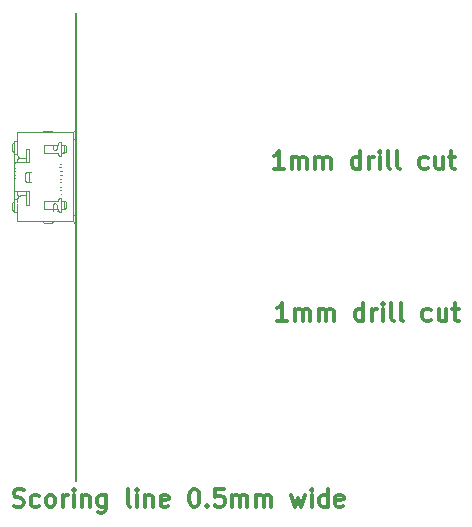
<source format=gbr>
G04 #@! TF.FileFunction,Drawing*
%FSLAX46Y46*%
G04 Gerber Fmt 4.6, Leading zero omitted, Abs format (unit mm)*
G04 Created by KiCad (PCBNEW 4.0.6) date 08/24/17 17:14:55*
%MOMM*%
%LPD*%
G01*
G04 APERTURE LIST*
%ADD10C,0.100000*%
%ADD11C,0.300000*%
%ADD12C,0.200000*%
G04 APERTURE END LIST*
D10*
X166247865Y-110400357D02*
X166271126Y-110412349D01*
X166225849Y-110386208D02*
X166247865Y-110400357D01*
X166205278Y-110370031D02*
X166225849Y-110386208D01*
X166186338Y-110351972D02*
X166205278Y-110370031D01*
X166169201Y-110332194D02*
X166186338Y-110351972D01*
X166154020Y-110310876D02*
X166169201Y-110332194D01*
X166140935Y-110288212D02*
X166154020Y-110310876D01*
X166130064Y-110264407D02*
X166140935Y-110288212D01*
X166121505Y-110239676D02*
X166130064Y-110264407D01*
X166115335Y-110214244D02*
X166121505Y-110239676D01*
X166111610Y-110188340D02*
X166115335Y-110214244D01*
X166110365Y-110162200D02*
X166111610Y-110188340D01*
X166111610Y-109836060D02*
X166110365Y-109862200D01*
X166115335Y-109810156D02*
X166111610Y-109836060D01*
X166121505Y-109784724D02*
X166115335Y-109810156D01*
X166130064Y-109759993D02*
X166121505Y-109784724D01*
X166140935Y-109736188D02*
X166130064Y-109759993D01*
X166154020Y-109713524D02*
X166140935Y-109736188D01*
X166169201Y-109692206D02*
X166154020Y-109713524D01*
X166186338Y-109672428D02*
X166169201Y-109692206D01*
X166205278Y-109654369D02*
X166186338Y-109672428D01*
X166225849Y-109638192D02*
X166205278Y-109654369D01*
X166247865Y-109624043D02*
X166225849Y-109638192D01*
X166271126Y-109612051D02*
X166247865Y-109624043D01*
X166110365Y-110162200D02*
X166110365Y-109862200D01*
X166247865Y-115400357D02*
X166271126Y-115412349D01*
X166225849Y-115386208D02*
X166247865Y-115400357D01*
X166205278Y-115370031D02*
X166225849Y-115386208D01*
X166186338Y-115351972D02*
X166205278Y-115370031D01*
X166169201Y-115332194D02*
X166186338Y-115351972D01*
X166154020Y-115310876D02*
X166169201Y-115332194D01*
X166140935Y-115288212D02*
X166154020Y-115310876D01*
X166130064Y-115264407D02*
X166140935Y-115288212D01*
X166121505Y-115239676D02*
X166130064Y-115264407D01*
X166115335Y-115214244D02*
X166121505Y-115239676D01*
X166111610Y-115188340D02*
X166115335Y-115214244D01*
X166110365Y-115162200D02*
X166111610Y-115188340D01*
X166111610Y-114836060D02*
X166110365Y-114862200D01*
X166115335Y-114810156D02*
X166111610Y-114836060D01*
X166121505Y-114784724D02*
X166115335Y-114810156D01*
X166130064Y-114759993D02*
X166121505Y-114784724D01*
X166140935Y-114736188D02*
X166130064Y-114759993D01*
X166154020Y-114713524D02*
X166140935Y-114736188D01*
X166169201Y-114692206D02*
X166154020Y-114713524D01*
X166186338Y-114672428D02*
X166169201Y-114692206D01*
X166205278Y-114654369D02*
X166186338Y-114672428D01*
X166225849Y-114638192D02*
X166205278Y-114654369D01*
X166247865Y-114624043D02*
X166225849Y-114638192D01*
X166271126Y-114612051D02*
X166247865Y-114624043D01*
X166110365Y-115162200D02*
X166110365Y-114862200D01*
X167740007Y-112110576D02*
X167539478Y-112110576D01*
X171299387Y-115730115D02*
X171386911Y-115730115D01*
X166586968Y-116240490D02*
X166586968Y-115529587D01*
X171299387Y-109098681D02*
X171299387Y-108834128D01*
X170214977Y-112055431D02*
X170318445Y-112055431D01*
X166586968Y-109513733D02*
X166586968Y-108802829D01*
X166586968Y-114784563D02*
X166586968Y-115529587D01*
X166586968Y-109513733D02*
X166586968Y-110613812D01*
X170217347Y-112336171D02*
X170322339Y-112336171D01*
X170209475Y-111403714D02*
X170309403Y-111403714D01*
X166286175Y-110591573D02*
X166286175Y-111343555D01*
X166286175Y-113734857D02*
X166286175Y-112646990D01*
X166286175Y-114429508D02*
X166286175Y-113734857D01*
X166586968Y-108761751D02*
X168604640Y-108761751D01*
X169682772Y-108761751D02*
X171299387Y-108761751D01*
X167288818Y-110145398D02*
X167288818Y-110869896D01*
X171299387Y-108761751D02*
X171481875Y-108541793D01*
X170296745Y-110491309D02*
X170393603Y-110491309D01*
X169905714Y-110115318D02*
X169905714Y-109882286D01*
X166349185Y-111308463D02*
X166586968Y-111308463D01*
X170296745Y-109789460D02*
X170393603Y-109789460D01*
X166286175Y-109587614D02*
X166286175Y-110591573D01*
X171299387Y-116281568D02*
X169587533Y-116281568D01*
X168699879Y-116281568D02*
X166586968Y-116281568D01*
X169905714Y-115232550D02*
X169905714Y-115161034D01*
X171299387Y-115730115D02*
X171299387Y-115944638D01*
X170296745Y-114552010D02*
X170393603Y-114552010D01*
X170306771Y-115253860D02*
X170393603Y-115253860D01*
X171299387Y-116281568D02*
X171481875Y-116501526D01*
X166586968Y-115529587D02*
X166286175Y-115529587D01*
X171299387Y-109313204D02*
X171414846Y-109313204D01*
X166286175Y-113734857D02*
X166586968Y-113734857D01*
X166286175Y-115487610D02*
X166286175Y-114429508D01*
X166586968Y-114429508D02*
X166586968Y-114695872D01*
X167288818Y-114897922D02*
X167288818Y-114173424D01*
X167539478Y-112932743D02*
X167740007Y-112932743D01*
X171299387Y-116240490D02*
X171299387Y-115944638D01*
X166286175Y-109513733D02*
X166286175Y-109587614D01*
X166650747Y-114194159D02*
X166586968Y-113865104D01*
X166650747Y-110849160D02*
X166586968Y-111178216D01*
X166286175Y-112396330D02*
X166286175Y-111995273D01*
X167308870Y-113734857D02*
X167288818Y-114173424D01*
X167288818Y-110869896D02*
X167308870Y-111308463D01*
X166591131Y-110736433D02*
X166612683Y-110795726D01*
X171299387Y-109205113D02*
X171299387Y-109143251D01*
X166286175Y-111744612D02*
X166286175Y-111343555D01*
X171299387Y-108834128D02*
X171299387Y-108761751D01*
X166586968Y-114337687D02*
X166599744Y-114276712D01*
X171299387Y-115980776D02*
X171299387Y-115944638D01*
X169905714Y-115232550D02*
X169594895Y-115253860D01*
X170046084Y-115253860D02*
X169905714Y-115232550D01*
X169587533Y-116281568D02*
X168699879Y-116281568D01*
X170283341Y-111684453D02*
X170313646Y-111709520D01*
X167539478Y-112110576D02*
X167439214Y-112110576D01*
X166586968Y-111178216D02*
X166586968Y-111308463D01*
X170468856Y-109789460D02*
X170438550Y-109796292D01*
X170171414Y-111709520D02*
X170211845Y-111684453D01*
X169594895Y-109789460D02*
X168822860Y-109789460D01*
X170046084Y-109789460D02*
X169594895Y-109789460D01*
X170468856Y-114552010D02*
X170438550Y-114558843D01*
X166586968Y-110613812D02*
X166586968Y-110705633D01*
X167308870Y-111308463D02*
X166586968Y-111308463D01*
X167589610Y-111308463D02*
X167308870Y-111308463D01*
X166586968Y-114337687D02*
X166586968Y-114429508D01*
X169594895Y-115253860D02*
X168822860Y-115253860D01*
X167589610Y-113734857D02*
X167308870Y-113734857D01*
X170225981Y-113358866D02*
X170288984Y-113358866D01*
X170220479Y-112707149D02*
X170286788Y-112707149D01*
X170211845Y-111684453D02*
X170283341Y-111684453D01*
X167316479Y-112110576D02*
X167343290Y-112129657D01*
X167316479Y-112932743D02*
X167343290Y-112913663D01*
X170231483Y-114010584D02*
X170291181Y-114010584D01*
X170222849Y-112987888D02*
X170287734Y-112987888D01*
X170228351Y-113639606D02*
X170289931Y-113639606D01*
X166586968Y-113734857D02*
X167308870Y-113734857D01*
X166349185Y-111343555D02*
X166286175Y-111343555D01*
X166286175Y-112396330D02*
X166286175Y-112646990D01*
X166349185Y-112646990D02*
X166286175Y-112646990D01*
X166349185Y-112396330D02*
X166286175Y-112396330D01*
X166286175Y-111744612D02*
X166286175Y-111995273D01*
X166349185Y-111995273D02*
X166286175Y-111995273D01*
X166349185Y-111744612D02*
X166286175Y-111744612D01*
X170700407Y-110290781D02*
X170700407Y-109989988D01*
X169588062Y-108763029D02*
X169682772Y-108761751D01*
X167343290Y-112129657D02*
X167374338Y-112119118D01*
X170296745Y-109664129D02*
X170292474Y-109631691D01*
X170292474Y-109631691D02*
X170279953Y-109601464D01*
X170260036Y-109575507D02*
X170234079Y-109555590D01*
X170108749Y-109555590D02*
X170082792Y-109575507D01*
X171299387Y-109313204D02*
X171299387Y-115730115D01*
X166766951Y-110926822D02*
X166733848Y-110911824D01*
X166675329Y-110872714D02*
X166650747Y-110849160D01*
X166650747Y-110849160D02*
X166629765Y-110823375D01*
X170279953Y-109601464D02*
X170260036Y-109575507D01*
X167374338Y-112119118D02*
X167406496Y-112112721D01*
X167188553Y-112361237D02*
X167190698Y-112328519D01*
X167197094Y-112296361D02*
X167207634Y-112265313D01*
X166703161Y-110893702D02*
X166675329Y-110872714D01*
X166599744Y-110766607D02*
X166591131Y-110736433D01*
X166887761Y-110952028D02*
X166838495Y-110946641D01*
X167188553Y-112361237D02*
X167188553Y-112682083D01*
X166802000Y-110938483D02*
X166766951Y-110926822D01*
X166612683Y-110795726D02*
X166599744Y-110766607D01*
X166838495Y-110946641D02*
X166802000Y-110938483D01*
X167286621Y-112162375D02*
X167313884Y-112144159D01*
X170669385Y-109889724D02*
X170632587Y-109848193D01*
X166591131Y-110736433D02*
X166586968Y-110705633D01*
X167261970Y-112183993D02*
X167286621Y-112162375D01*
X170468856Y-109789460D02*
X170528786Y-109796292D01*
X166703161Y-110893702D02*
X166733848Y-110911824D01*
X170138976Y-109543069D02*
X170108749Y-109555590D01*
X170279953Y-110679305D02*
X170260036Y-110705261D01*
X170260036Y-110705261D02*
X170234079Y-110725179D01*
X170234079Y-110725179D02*
X170203852Y-110737699D01*
X167288818Y-110145398D02*
X167589610Y-110145398D01*
X167589610Y-110145398D02*
X167589610Y-111308463D01*
X170692517Y-109938087D02*
X170700407Y-109989988D01*
X170692517Y-110342681D02*
X170669385Y-110391045D01*
X170700407Y-110290781D02*
X170692517Y-110342681D01*
X170296745Y-110616639D02*
X170292474Y-110649077D01*
X170296745Y-109789460D02*
X170296745Y-109664129D01*
X166286175Y-110591573D02*
X166586968Y-110613812D01*
X167539478Y-112932743D02*
X167539478Y-112110576D01*
X170046084Y-110491309D02*
X168822860Y-110491309D01*
X170292474Y-110649077D02*
X170279953Y-110679305D01*
X167222136Y-112235907D02*
X167207634Y-112265313D01*
X167240352Y-112208645D02*
X167222136Y-112235907D01*
X167261970Y-112183993D02*
X167240352Y-112208645D01*
X167406496Y-112112721D02*
X167439214Y-112110576D01*
X171299387Y-109313204D02*
X171299387Y-109239840D01*
X171299387Y-109239840D02*
X171299387Y-109172687D01*
X171299387Y-109172687D02*
X171299387Y-109098681D01*
X171299387Y-108834128D02*
X171299387Y-108802829D01*
X168604640Y-108761751D02*
X168699350Y-108763029D01*
X169588062Y-108763029D02*
X168699350Y-108763029D01*
X170393603Y-109789460D02*
X170468856Y-109789460D01*
X170584632Y-110464443D02*
X170528786Y-110484476D01*
X170528786Y-110484476D02*
X170468856Y-110491309D01*
X170393603Y-110491309D02*
X170468856Y-110491309D01*
X170692517Y-109938087D02*
X170669385Y-109889724D01*
X170203852Y-110737699D02*
X170171414Y-110741970D01*
X170171414Y-110741970D02*
X170138976Y-110737699D01*
X170138976Y-110737699D02*
X170108749Y-110725179D01*
X170480434Y-109816325D02*
X170438550Y-109796292D01*
X170543999Y-109889724D02*
X170516401Y-109848193D01*
X170561348Y-109938087D02*
X170543999Y-109889724D01*
X170567265Y-109989988D02*
X170561348Y-109938087D01*
X170567265Y-110290781D02*
X170567265Y-109989988D01*
X170561348Y-110342681D02*
X170567265Y-110290781D01*
X170543999Y-110391045D02*
X170561348Y-110342681D01*
X170516401Y-110432576D02*
X170543999Y-110391045D01*
X170480434Y-110464443D02*
X170516401Y-110432576D01*
X170438550Y-110484476D02*
X170480434Y-110464443D01*
X170393603Y-110491309D02*
X170438550Y-110484476D01*
X170296745Y-110491309D02*
X170296745Y-109789460D01*
X171299387Y-109143251D02*
X171299387Y-109098681D01*
X171299387Y-109172687D02*
X171299387Y-109143251D01*
X171299387Y-109205113D02*
X171299387Y-109172687D01*
X171299387Y-109239840D02*
X171299387Y-109205113D01*
X169600190Y-114887778D02*
X169594895Y-114928001D01*
X168841145Y-108621234D02*
X168792781Y-108641267D01*
X168893045Y-108614401D02*
X168841145Y-108621234D01*
X169394366Y-108614401D02*
X168893045Y-108614401D01*
X169446267Y-108621234D02*
X169394366Y-108614401D01*
X169594895Y-110115318D02*
X169594895Y-109789460D01*
X169600190Y-110155541D02*
X169594895Y-110115318D01*
X169615716Y-110193023D02*
X169600190Y-110155541D01*
X169640413Y-110225209D02*
X169615716Y-110193023D01*
X169672600Y-110249907D02*
X169640413Y-110225209D01*
X169710082Y-110265432D02*
X169672600Y-110249907D01*
X169750304Y-110270728D02*
X169710082Y-110265432D01*
X169790527Y-110265432D02*
X169750304Y-110270728D01*
X169828009Y-110249907D02*
X169790527Y-110265432D01*
X169860196Y-110225209D02*
X169828009Y-110249907D01*
X169884893Y-110193023D02*
X169860196Y-110225209D01*
X169900419Y-110155541D02*
X169884893Y-110193023D01*
X169905714Y-110115318D02*
X169900419Y-110155541D01*
X170117229Y-111729572D02*
X170062875Y-111729572D01*
X169588062Y-108763029D02*
X169568029Y-108714665D01*
X169568029Y-108714665D02*
X169536162Y-108673134D01*
X169536162Y-108673134D02*
X169494631Y-108641267D01*
X169494631Y-108641267D02*
X169446267Y-108621234D01*
X166286175Y-109513733D02*
X166586968Y-109513733D01*
X170171414Y-109538799D02*
X170138976Y-109543069D01*
X170108749Y-110725179D02*
X170082792Y-110705261D01*
X170082792Y-110705261D02*
X170062875Y-110679305D01*
X170062875Y-110679305D02*
X170050354Y-110649077D01*
X170050354Y-110649077D02*
X170046084Y-110616639D01*
X166887761Y-110952028D02*
X167188553Y-110952028D01*
X170438550Y-109796292D02*
X170393603Y-109789460D01*
X168792781Y-108641267D02*
X168751250Y-108673134D01*
X168751250Y-108673134D02*
X168719383Y-108714665D01*
X168719383Y-108714665D02*
X168699350Y-108763029D01*
X170234079Y-109555590D02*
X170203852Y-109543069D01*
X166286175Y-109587614D02*
X166286175Y-109555710D01*
X169828009Y-114793413D02*
X169790527Y-114777887D01*
X169790527Y-114777887D02*
X169750304Y-114772592D01*
X169750304Y-114772592D02*
X169710082Y-114777887D01*
X169710082Y-114777887D02*
X169672600Y-114793413D01*
X169672600Y-114793413D02*
X169640413Y-114818110D01*
X169640413Y-114818110D02*
X169615716Y-114850297D01*
X169615716Y-114850297D02*
X169600190Y-114887778D01*
X170528786Y-115247027D02*
X170584632Y-115226994D01*
X170296745Y-114552010D02*
X170306771Y-115253860D01*
X170393603Y-114552010D02*
X170438550Y-114558843D01*
X170438550Y-114558843D02*
X170480434Y-114578876D01*
X170480434Y-114578876D02*
X170516401Y-114610744D01*
X170516401Y-114610744D02*
X170543999Y-114652275D01*
X170543999Y-114652275D02*
X170561348Y-114700638D01*
X170561348Y-114700638D02*
X170567265Y-114752539D01*
X170561348Y-115105232D02*
X170543999Y-115153596D01*
X169905714Y-115393038D02*
X169905714Y-115456581D01*
X170480434Y-115226994D02*
X170438550Y-115247027D01*
X170516401Y-115195127D02*
X170480434Y-115226994D01*
X168699879Y-116281568D02*
X168719383Y-116328655D01*
X168719383Y-116328655D02*
X168751250Y-116370185D01*
X168751250Y-116370185D02*
X168792781Y-116402053D01*
X168792781Y-116402053D02*
X168841145Y-116422086D01*
X168841145Y-116422086D02*
X168893045Y-116428919D01*
X169568029Y-116328655D02*
X169587533Y-116281568D01*
X169536162Y-116370185D02*
X169568029Y-116328655D01*
X169494631Y-116402053D02*
X169536162Y-116370185D01*
X169446267Y-116422086D02*
X169494631Y-116402053D01*
X169394366Y-116428919D02*
X169446267Y-116422086D01*
X169594895Y-115332962D02*
X169594895Y-115429258D01*
X169594895Y-114928001D02*
X169594895Y-115253860D01*
X169394366Y-116428919D02*
X168893045Y-116428919D01*
X170393603Y-114552010D02*
X170468856Y-114552010D01*
X170567265Y-114752539D02*
X170567265Y-115053332D01*
X169905714Y-114928001D02*
X169900419Y-114887778D01*
X169900419Y-114887778D02*
X169884893Y-114850297D01*
X169884893Y-114850297D02*
X169860196Y-114818110D01*
X169860196Y-114818110D02*
X169828009Y-114793413D01*
X170296745Y-114426680D02*
X170292474Y-114394242D01*
X170234079Y-114318141D02*
X170203852Y-114305620D01*
X170203852Y-114305620D02*
X170171414Y-114301350D01*
X170171414Y-114301350D02*
X170138976Y-114305620D01*
X170138976Y-114305620D02*
X170108749Y-114318141D01*
X170108749Y-114318141D02*
X170082792Y-114338058D01*
X170082792Y-114338058D02*
X170062875Y-114364015D01*
X170062875Y-114364015D02*
X170050354Y-114394242D01*
X170050354Y-114394242D02*
X170046084Y-114426680D01*
X167288818Y-114897922D02*
X167589610Y-114897922D01*
X167589610Y-114897922D02*
X167589610Y-113734857D01*
X169905714Y-114928001D02*
X169905714Y-115124967D01*
X170543999Y-115153596D02*
X170516401Y-115195127D01*
X170567265Y-115053332D02*
X170561348Y-115105232D01*
X167313884Y-112144159D02*
X167343290Y-112129657D01*
X166286175Y-114429508D02*
X166586968Y-114429508D01*
X166586968Y-113865104D02*
X166586968Y-113734857D01*
X170292474Y-114394242D02*
X170279953Y-114364015D01*
X170279953Y-114364015D02*
X170260036Y-114338058D01*
X170260036Y-114338058D02*
X170234079Y-114318141D01*
X166703161Y-114149618D02*
X166675329Y-114170605D01*
X166733848Y-114131496D02*
X166703161Y-114149618D01*
X166766951Y-114116498D02*
X166733848Y-114131496D01*
X166802000Y-114104836D02*
X166766951Y-114116498D01*
X166838495Y-114096679D02*
X166802000Y-114104836D01*
X166887761Y-114091291D02*
X166838495Y-114096679D01*
X166591131Y-114306887D02*
X166586968Y-114337687D01*
X166599744Y-114276712D02*
X166591131Y-114306887D01*
X166612683Y-114247593D02*
X166599744Y-114276712D01*
X166629765Y-114219944D02*
X166612683Y-114247593D01*
X166650747Y-114194159D02*
X166629765Y-114219944D01*
X166675329Y-114170605D02*
X166650747Y-114194159D01*
X170438550Y-115247027D02*
X170393603Y-115253860D01*
X170468856Y-115253860D02*
X170528786Y-115247027D01*
X170393603Y-115253860D02*
X170468856Y-115253860D01*
X166887761Y-114091291D02*
X167188553Y-114091291D01*
X167539478Y-112932743D02*
X167439214Y-112932743D01*
X167406496Y-112930599D02*
X167439214Y-112932743D01*
X167374338Y-112924202D02*
X167406496Y-112930599D01*
X167343290Y-112913663D02*
X167374338Y-112924202D01*
X167313884Y-112899161D02*
X167343290Y-112913663D01*
X167286621Y-112880945D02*
X167313884Y-112899161D01*
X167261970Y-112859326D02*
X167286621Y-112880945D01*
X167240352Y-112834675D02*
X167261970Y-112859326D01*
X167222136Y-112807413D02*
X167240352Y-112834675D01*
X167207634Y-112778006D02*
X167222136Y-112807413D01*
X167197094Y-112746958D02*
X167207634Y-112778006D01*
X167190698Y-112714800D02*
X167197094Y-112746958D01*
X167188553Y-112682083D02*
X167190698Y-112714800D01*
X170296745Y-114552010D02*
X170296745Y-114426680D01*
X170046084Y-114552010D02*
X168822860Y-114552010D01*
X170046084Y-114426680D02*
X170046084Y-114552010D01*
X170046084Y-115379190D02*
X170046084Y-115253860D01*
X170082792Y-115467812D02*
X170062875Y-115441856D01*
X170050354Y-115411628D02*
X170046084Y-115379190D01*
X168822860Y-115253860D02*
X168822860Y-114552010D01*
X170062875Y-115441856D02*
X170050354Y-115411628D01*
X170108749Y-115487730D02*
X170082792Y-115467812D01*
X170138976Y-115500250D02*
X170108749Y-115487730D01*
X170171414Y-115504521D02*
X170138976Y-115500250D01*
X170203852Y-115500250D02*
X170171414Y-115504521D01*
X170234079Y-115487730D02*
X170203852Y-115500250D01*
X170260036Y-115467812D02*
X170234079Y-115487730D01*
X170279953Y-115441856D02*
X170260036Y-115467812D01*
X170292474Y-115411628D02*
X170279953Y-115441856D01*
X170296745Y-115379190D02*
X170292474Y-115411628D01*
X170306771Y-115253860D02*
X170296745Y-115379190D01*
X166629765Y-110823375D02*
X166612683Y-110795726D01*
X167190698Y-112328519D02*
X167197094Y-112296361D01*
X170046084Y-109664129D02*
X170046084Y-109789460D01*
X168822860Y-109789460D02*
X168822860Y-110491309D01*
X170062875Y-109601464D02*
X170050354Y-109631691D01*
X170046084Y-110616639D02*
X170046084Y-110491309D01*
X170050354Y-109631691D02*
X170046084Y-109664129D01*
X170296745Y-110491309D02*
X170296745Y-110616639D01*
X170203852Y-109543069D02*
X170171414Y-109538799D01*
X170082792Y-109575507D02*
X170062875Y-109601464D01*
X170516401Y-109848193D02*
X170480434Y-109816325D01*
X170528786Y-109796292D02*
X170584632Y-109816325D01*
X170584632Y-110464443D02*
X170632587Y-110432576D01*
X170632587Y-110432576D02*
X170669385Y-110391045D01*
X170584632Y-109816325D02*
X170632587Y-109848193D01*
X170632587Y-115195127D02*
X170669385Y-115153596D01*
X170692517Y-115105232D02*
X170700407Y-115053332D01*
X170468856Y-114552010D02*
X170528786Y-114558843D01*
X170669385Y-115153596D02*
X170692517Y-115105232D01*
X170584632Y-115226994D02*
X170632587Y-115195127D01*
X170692517Y-114700638D02*
X170669385Y-114652275D01*
X170700407Y-114752539D02*
X170692517Y-114700638D01*
X170584632Y-114578876D02*
X170632587Y-114610744D01*
X170700407Y-115053332D02*
X170700407Y-114752539D01*
X170669385Y-114652275D02*
X170632587Y-114610744D01*
X170528786Y-114558843D02*
X170584632Y-114578876D01*
D11*
X189170001Y-111828571D02*
X188312858Y-111828571D01*
X188741430Y-111828571D02*
X188741430Y-110328571D01*
X188598573Y-110542857D01*
X188455715Y-110685714D01*
X188312858Y-110757143D01*
X189812858Y-111828571D02*
X189812858Y-110828571D01*
X189812858Y-110971429D02*
X189884286Y-110900000D01*
X190027144Y-110828571D01*
X190241429Y-110828571D01*
X190384286Y-110900000D01*
X190455715Y-111042857D01*
X190455715Y-111828571D01*
X190455715Y-111042857D02*
X190527144Y-110900000D01*
X190670001Y-110828571D01*
X190884286Y-110828571D01*
X191027144Y-110900000D01*
X191098572Y-111042857D01*
X191098572Y-111828571D01*
X191812858Y-111828571D02*
X191812858Y-110828571D01*
X191812858Y-110971429D02*
X191884286Y-110900000D01*
X192027144Y-110828571D01*
X192241429Y-110828571D01*
X192384286Y-110900000D01*
X192455715Y-111042857D01*
X192455715Y-111828571D01*
X192455715Y-111042857D02*
X192527144Y-110900000D01*
X192670001Y-110828571D01*
X192884286Y-110828571D01*
X193027144Y-110900000D01*
X193098572Y-111042857D01*
X193098572Y-111828571D01*
X195598572Y-111828571D02*
X195598572Y-110328571D01*
X195598572Y-111757143D02*
X195455715Y-111828571D01*
X195170001Y-111828571D01*
X195027143Y-111757143D01*
X194955715Y-111685714D01*
X194884286Y-111542857D01*
X194884286Y-111114286D01*
X194955715Y-110971429D01*
X195027143Y-110900000D01*
X195170001Y-110828571D01*
X195455715Y-110828571D01*
X195598572Y-110900000D01*
X196312858Y-111828571D02*
X196312858Y-110828571D01*
X196312858Y-111114286D02*
X196384286Y-110971429D01*
X196455715Y-110900000D01*
X196598572Y-110828571D01*
X196741429Y-110828571D01*
X197241429Y-111828571D02*
X197241429Y-110828571D01*
X197241429Y-110328571D02*
X197170000Y-110400000D01*
X197241429Y-110471429D01*
X197312857Y-110400000D01*
X197241429Y-110328571D01*
X197241429Y-110471429D01*
X198170001Y-111828571D02*
X198027143Y-111757143D01*
X197955715Y-111614286D01*
X197955715Y-110328571D01*
X198955715Y-111828571D02*
X198812857Y-111757143D01*
X198741429Y-111614286D01*
X198741429Y-110328571D01*
X201312857Y-111757143D02*
X201170000Y-111828571D01*
X200884286Y-111828571D01*
X200741428Y-111757143D01*
X200670000Y-111685714D01*
X200598571Y-111542857D01*
X200598571Y-111114286D01*
X200670000Y-110971429D01*
X200741428Y-110900000D01*
X200884286Y-110828571D01*
X201170000Y-110828571D01*
X201312857Y-110900000D01*
X202598571Y-110828571D02*
X202598571Y-111828571D01*
X201955714Y-110828571D02*
X201955714Y-111614286D01*
X202027142Y-111757143D01*
X202170000Y-111828571D01*
X202384285Y-111828571D01*
X202527142Y-111757143D01*
X202598571Y-111685714D01*
X203098571Y-110828571D02*
X203670000Y-110828571D01*
X203312857Y-110328571D02*
X203312857Y-111614286D01*
X203384285Y-111757143D01*
X203527143Y-111828571D01*
X203670000Y-111828571D01*
X189450001Y-124698571D02*
X188592858Y-124698571D01*
X189021430Y-124698571D02*
X189021430Y-123198571D01*
X188878573Y-123412857D01*
X188735715Y-123555714D01*
X188592858Y-123627143D01*
X190092858Y-124698571D02*
X190092858Y-123698571D01*
X190092858Y-123841429D02*
X190164286Y-123770000D01*
X190307144Y-123698571D01*
X190521429Y-123698571D01*
X190664286Y-123770000D01*
X190735715Y-123912857D01*
X190735715Y-124698571D01*
X190735715Y-123912857D02*
X190807144Y-123770000D01*
X190950001Y-123698571D01*
X191164286Y-123698571D01*
X191307144Y-123770000D01*
X191378572Y-123912857D01*
X191378572Y-124698571D01*
X192092858Y-124698571D02*
X192092858Y-123698571D01*
X192092858Y-123841429D02*
X192164286Y-123770000D01*
X192307144Y-123698571D01*
X192521429Y-123698571D01*
X192664286Y-123770000D01*
X192735715Y-123912857D01*
X192735715Y-124698571D01*
X192735715Y-123912857D02*
X192807144Y-123770000D01*
X192950001Y-123698571D01*
X193164286Y-123698571D01*
X193307144Y-123770000D01*
X193378572Y-123912857D01*
X193378572Y-124698571D01*
X195878572Y-124698571D02*
X195878572Y-123198571D01*
X195878572Y-124627143D02*
X195735715Y-124698571D01*
X195450001Y-124698571D01*
X195307143Y-124627143D01*
X195235715Y-124555714D01*
X195164286Y-124412857D01*
X195164286Y-123984286D01*
X195235715Y-123841429D01*
X195307143Y-123770000D01*
X195450001Y-123698571D01*
X195735715Y-123698571D01*
X195878572Y-123770000D01*
X196592858Y-124698571D02*
X196592858Y-123698571D01*
X196592858Y-123984286D02*
X196664286Y-123841429D01*
X196735715Y-123770000D01*
X196878572Y-123698571D01*
X197021429Y-123698571D01*
X197521429Y-124698571D02*
X197521429Y-123698571D01*
X197521429Y-123198571D02*
X197450000Y-123270000D01*
X197521429Y-123341429D01*
X197592857Y-123270000D01*
X197521429Y-123198571D01*
X197521429Y-123341429D01*
X198450001Y-124698571D02*
X198307143Y-124627143D01*
X198235715Y-124484286D01*
X198235715Y-123198571D01*
X199235715Y-124698571D02*
X199092857Y-124627143D01*
X199021429Y-124484286D01*
X199021429Y-123198571D01*
X201592857Y-124627143D02*
X201450000Y-124698571D01*
X201164286Y-124698571D01*
X201021428Y-124627143D01*
X200950000Y-124555714D01*
X200878571Y-124412857D01*
X200878571Y-123984286D01*
X200950000Y-123841429D01*
X201021428Y-123770000D01*
X201164286Y-123698571D01*
X201450000Y-123698571D01*
X201592857Y-123770000D01*
X202878571Y-123698571D02*
X202878571Y-124698571D01*
X202235714Y-123698571D02*
X202235714Y-124484286D01*
X202307142Y-124627143D01*
X202450000Y-124698571D01*
X202664285Y-124698571D01*
X202807142Y-124627143D01*
X202878571Y-124555714D01*
X203378571Y-123698571D02*
X203950000Y-123698571D01*
X203592857Y-123198571D02*
X203592857Y-124484286D01*
X203664285Y-124627143D01*
X203807143Y-124698571D01*
X203950000Y-124698571D01*
X166275715Y-140387143D02*
X166490001Y-140458571D01*
X166847144Y-140458571D01*
X166990001Y-140387143D01*
X167061430Y-140315714D01*
X167132858Y-140172857D01*
X167132858Y-140030000D01*
X167061430Y-139887143D01*
X166990001Y-139815714D01*
X166847144Y-139744286D01*
X166561430Y-139672857D01*
X166418572Y-139601429D01*
X166347144Y-139530000D01*
X166275715Y-139387143D01*
X166275715Y-139244286D01*
X166347144Y-139101429D01*
X166418572Y-139030000D01*
X166561430Y-138958571D01*
X166918572Y-138958571D01*
X167132858Y-139030000D01*
X168418572Y-140387143D02*
X168275715Y-140458571D01*
X167990001Y-140458571D01*
X167847143Y-140387143D01*
X167775715Y-140315714D01*
X167704286Y-140172857D01*
X167704286Y-139744286D01*
X167775715Y-139601429D01*
X167847143Y-139530000D01*
X167990001Y-139458571D01*
X168275715Y-139458571D01*
X168418572Y-139530000D01*
X169275715Y-140458571D02*
X169132857Y-140387143D01*
X169061429Y-140315714D01*
X168990000Y-140172857D01*
X168990000Y-139744286D01*
X169061429Y-139601429D01*
X169132857Y-139530000D01*
X169275715Y-139458571D01*
X169490000Y-139458571D01*
X169632857Y-139530000D01*
X169704286Y-139601429D01*
X169775715Y-139744286D01*
X169775715Y-140172857D01*
X169704286Y-140315714D01*
X169632857Y-140387143D01*
X169490000Y-140458571D01*
X169275715Y-140458571D01*
X170418572Y-140458571D02*
X170418572Y-139458571D01*
X170418572Y-139744286D02*
X170490000Y-139601429D01*
X170561429Y-139530000D01*
X170704286Y-139458571D01*
X170847143Y-139458571D01*
X171347143Y-140458571D02*
X171347143Y-139458571D01*
X171347143Y-138958571D02*
X171275714Y-139030000D01*
X171347143Y-139101429D01*
X171418571Y-139030000D01*
X171347143Y-138958571D01*
X171347143Y-139101429D01*
X172061429Y-139458571D02*
X172061429Y-140458571D01*
X172061429Y-139601429D02*
X172132857Y-139530000D01*
X172275715Y-139458571D01*
X172490000Y-139458571D01*
X172632857Y-139530000D01*
X172704286Y-139672857D01*
X172704286Y-140458571D01*
X174061429Y-139458571D02*
X174061429Y-140672857D01*
X173990000Y-140815714D01*
X173918572Y-140887143D01*
X173775715Y-140958571D01*
X173561429Y-140958571D01*
X173418572Y-140887143D01*
X174061429Y-140387143D02*
X173918572Y-140458571D01*
X173632858Y-140458571D01*
X173490000Y-140387143D01*
X173418572Y-140315714D01*
X173347143Y-140172857D01*
X173347143Y-139744286D01*
X173418572Y-139601429D01*
X173490000Y-139530000D01*
X173632858Y-139458571D01*
X173918572Y-139458571D01*
X174061429Y-139530000D01*
X176132858Y-140458571D02*
X175990000Y-140387143D01*
X175918572Y-140244286D01*
X175918572Y-138958571D01*
X176704286Y-140458571D02*
X176704286Y-139458571D01*
X176704286Y-138958571D02*
X176632857Y-139030000D01*
X176704286Y-139101429D01*
X176775714Y-139030000D01*
X176704286Y-138958571D01*
X176704286Y-139101429D01*
X177418572Y-139458571D02*
X177418572Y-140458571D01*
X177418572Y-139601429D02*
X177490000Y-139530000D01*
X177632858Y-139458571D01*
X177847143Y-139458571D01*
X177990000Y-139530000D01*
X178061429Y-139672857D01*
X178061429Y-140458571D01*
X179347143Y-140387143D02*
X179204286Y-140458571D01*
X178918572Y-140458571D01*
X178775715Y-140387143D01*
X178704286Y-140244286D01*
X178704286Y-139672857D01*
X178775715Y-139530000D01*
X178918572Y-139458571D01*
X179204286Y-139458571D01*
X179347143Y-139530000D01*
X179418572Y-139672857D01*
X179418572Y-139815714D01*
X178704286Y-139958571D01*
X181490000Y-138958571D02*
X181632857Y-138958571D01*
X181775714Y-139030000D01*
X181847143Y-139101429D01*
X181918572Y-139244286D01*
X181990000Y-139530000D01*
X181990000Y-139887143D01*
X181918572Y-140172857D01*
X181847143Y-140315714D01*
X181775714Y-140387143D01*
X181632857Y-140458571D01*
X181490000Y-140458571D01*
X181347143Y-140387143D01*
X181275714Y-140315714D01*
X181204286Y-140172857D01*
X181132857Y-139887143D01*
X181132857Y-139530000D01*
X181204286Y-139244286D01*
X181275714Y-139101429D01*
X181347143Y-139030000D01*
X181490000Y-138958571D01*
X182632857Y-140315714D02*
X182704285Y-140387143D01*
X182632857Y-140458571D01*
X182561428Y-140387143D01*
X182632857Y-140315714D01*
X182632857Y-140458571D01*
X184061429Y-138958571D02*
X183347143Y-138958571D01*
X183275714Y-139672857D01*
X183347143Y-139601429D01*
X183490000Y-139530000D01*
X183847143Y-139530000D01*
X183990000Y-139601429D01*
X184061429Y-139672857D01*
X184132857Y-139815714D01*
X184132857Y-140172857D01*
X184061429Y-140315714D01*
X183990000Y-140387143D01*
X183847143Y-140458571D01*
X183490000Y-140458571D01*
X183347143Y-140387143D01*
X183275714Y-140315714D01*
X184775714Y-140458571D02*
X184775714Y-139458571D01*
X184775714Y-139601429D02*
X184847142Y-139530000D01*
X184990000Y-139458571D01*
X185204285Y-139458571D01*
X185347142Y-139530000D01*
X185418571Y-139672857D01*
X185418571Y-140458571D01*
X185418571Y-139672857D02*
X185490000Y-139530000D01*
X185632857Y-139458571D01*
X185847142Y-139458571D01*
X185990000Y-139530000D01*
X186061428Y-139672857D01*
X186061428Y-140458571D01*
X186775714Y-140458571D02*
X186775714Y-139458571D01*
X186775714Y-139601429D02*
X186847142Y-139530000D01*
X186990000Y-139458571D01*
X187204285Y-139458571D01*
X187347142Y-139530000D01*
X187418571Y-139672857D01*
X187418571Y-140458571D01*
X187418571Y-139672857D02*
X187490000Y-139530000D01*
X187632857Y-139458571D01*
X187847142Y-139458571D01*
X187990000Y-139530000D01*
X188061428Y-139672857D01*
X188061428Y-140458571D01*
X189775714Y-139458571D02*
X190061428Y-140458571D01*
X190347142Y-139744286D01*
X190632857Y-140458571D01*
X190918571Y-139458571D01*
X191490000Y-140458571D02*
X191490000Y-139458571D01*
X191490000Y-138958571D02*
X191418571Y-139030000D01*
X191490000Y-139101429D01*
X191561428Y-139030000D01*
X191490000Y-138958571D01*
X191490000Y-139101429D01*
X192847143Y-140458571D02*
X192847143Y-138958571D01*
X192847143Y-140387143D02*
X192704286Y-140458571D01*
X192418572Y-140458571D01*
X192275714Y-140387143D01*
X192204286Y-140315714D01*
X192132857Y-140172857D01*
X192132857Y-139744286D01*
X192204286Y-139601429D01*
X192275714Y-139530000D01*
X192418572Y-139458571D01*
X192704286Y-139458571D01*
X192847143Y-139530000D01*
X194132857Y-140387143D02*
X193990000Y-140458571D01*
X193704286Y-140458571D01*
X193561429Y-140387143D01*
X193490000Y-140244286D01*
X193490000Y-139672857D01*
X193561429Y-139530000D01*
X193704286Y-139458571D01*
X193990000Y-139458571D01*
X194132857Y-139530000D01*
X194204286Y-139672857D01*
X194204286Y-139815714D01*
X193490000Y-139958571D01*
D12*
X171570000Y-98660000D02*
X171570000Y-138250000D01*
M02*

</source>
